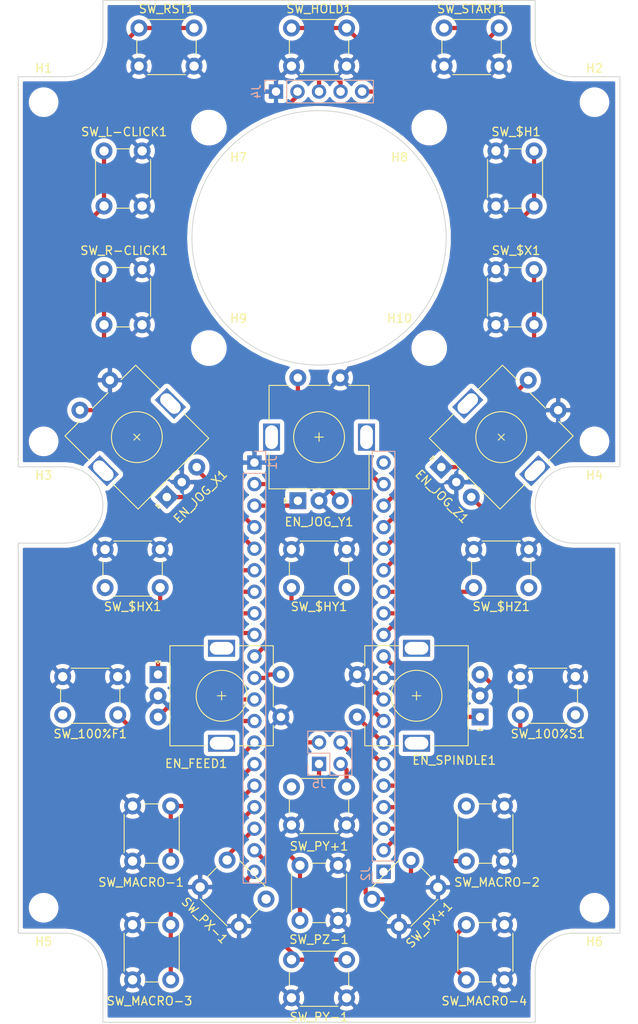
<source format=kicad_pcb>
(kicad_pcb (version 20171130) (host pcbnew 5.1.9-1.fc33)
  (layers (0 F.Cu signal) (31 B.Cu signal) (34 B.Paste user) (35 F.Paste user) (36 B.SilkS user) (37 F.SilkS user) (38 B.Mask user) (39 F.Mask user) (44 Edge.Cuts user))
  (net 0 "")
  (net 1 /17)
  (net 2 /16)
  (net 3 /15)
  (net 4 /14)
  (net 5 /13)
  (net 6 /12)
  (net 7 /11)
  (net 8 /10)
  (net 9 /9)
  (net 10 /8)
  (net 11 /7)
  (net 12 /6)
  (net 13 /5)
  (net 14 /4)
  (net 15 /3)
  (net 16 /2)
  (net 17 /1)
  (net 18 /0)
  (net 19 /27)
  (net 20 +5VA)
  (net 21 +5V)
  (net 22 /26)
  (net 23 /25)
  (net 24 /24)
  (net 25 /23)
  (net 26 /22)
  (net 27 /21)
  (net 28 /20)
  (net 29 /19)
  (net 30 /18)
  (net 31 /39)
  (net 32 /41)
  (net 33 /42)
  (net 34 /43)
  (net 35 /44)
  (net 36 /45)
  (net 37 /28)
  (net 38 /29)
  (net 39 /33)
  (net 40 /32)
  (net 41 GND)
  (net 42 /A0)
  (net 43 /A2)
  (module MountingHole:MountingHole_3.2mm_M3 (layer F.Cu) (at 108 81.5)
    (fp_text reference H10 (at -3.5 -3.5) (layer F.SilkS))
    (fp_text value MountingHole)
    (pad 1 np_thru_hole circle (at 0 0) (size 3.2 3.2) (drill 3.2) (layers *.Cu *.Mask))
  )
  (module MountingHole:MountingHole_3.2mm_M3 (layer F.Cu) (at 82 81.5)
    (fp_text reference H9 (at 3.5 -3.5) (layer F.SilkS))
    (fp_text value MountingHole)
    (pad 1 np_thru_hole circle (at 0 0) (size 3.2 3.2) (drill 3.2) (layers *.Cu *.Mask))
  )
  (module MountingHole:MountingHole_3.2mm_M3 (layer F.Cu) (at 108 55.5)
    (fp_text reference H8 (at -3.5 3.5) (layer F.SilkS))
    (fp_text value MountingHole)
    (pad 1 np_thru_hole circle (at 0 0) (size 3.2 3.2) (drill 3.2) (layers *.Cu *.Mask))
  )
  (module MountingHole:MountingHole_3.2mm_M3 (layer F.Cu) (at 82 55.5)
    (fp_text reference H7 (at 3.5 3.5) (layer F.SilkS))
    (fp_text value MountingHole)
    (pad 1 np_thru_hole circle (at 0 0) (size 3.2 3.2) (drill 3.2) (layers *.Cu *.Mask))
  )
  (module Encoder:PEC11R-4x15K (layer F.Cu) (at 106.5 122.5 90)
    (fp_text reference EN_SPINDLE1 (at -7.62 4.445) (layer F.SilkS))
    (fp_text value Rotary_Encoder_Switch)
    (pad B thru_hole circle (at 2.5 7.5 180) (size 2 2) (drill 1) (layers *.Cu *.Mask) (net 32 /41))
    (pad MP thru_hole rect (at 5.6 0 180) (size 3.2 2) (drill oval 2.8 1.5) (layers *.Cu *.Mask))
    (pad MP thru_hole rect (at -5.6 0 180) (size 3.2 2) (drill oval 2.8 1.5) (layers *.Cu *.Mask))
    (pad S1 thru_hole circle (at 2.5 -7 180) (size 2 2) (drill 1) (layers *.Cu *.Mask) (net 41 GND))
    (pad S2 thru_hole circle (at -2.5 -7 180) (size 2 2) (drill 1) (layers *.Cu *.Mask) (net 31 /39))
    (pad C thru_hole circle (at 0 7.5 180) (size 2 2) (drill 1) (layers *.Cu *.Mask) (net 41 GND))
    (pad A thru_hole rect (at -2.5 7.5 180) (size 2 2) (drill 1) (layers *.Cu *.Mask) (net 30 /18))
  )
  (module MountingHole:MountingHole_2.5mm (layer F.Cu) (at 127.5 147.5)
    (fp_text reference H6 (at 0 4) (layer F.SilkS))
    (fp_text value MountingHole)
    (pad 1 np_thru_hole circle (at 0 0) (size 2.5 2.5) (drill 2.5) (layers *.Cu *.Mask))
  )
  (module Connector_PinHeader_2.54mm:PinHeader_2x02_P2.54mm_Vertical (layer B.Cu) (at 95 130.54)
    (fp_text reference J5 (at 0 2.33) (layer B.SilkS) (effects (justify mirror)))
    (fp_text value Conn_02x02_Odd_Even)
    (pad 4 thru_hole oval (at 2.54 -2.54) (size 1.7 1.7) (drill 1) (layers *.Cu *.Mask) (net 37 /28))
    (pad 3 thru_hole oval (at 0 -2.54) (size 1.7 1.7) (drill 1) (layers *.Cu *.Mask) (net 40 /32))
    (pad 2 thru_hole oval (at 2.54 0) (size 1.7 1.7) (drill 1) (layers *.Cu *.Mask) (net 38 /29))
    (pad 1 thru_hole rect (at 0 0) (size 1.7 1.7) (drill 1) (layers *.Cu *.Mask) (net 39 /33))
  )
  (module Encoder:PEC11R-4x15K (layer F.Cu) (at 83.5 122.5 270)
    (fp_text reference EN_FEED1 (at 8 3) (layer F.SilkS))
    (fp_text value Rotary_Encoder_Switch)
    (pad A thru_hole rect (at -2.5 7.5) (size 2 2) (drill 1) (layers *.Cu *.Mask) (net 15 /3))
    (pad C thru_hole circle (at 0 7.5) (size 2 2) (drill 1) (layers *.Cu *.Mask) (net 41 GND))
    (pad S2 thru_hole circle (at -2.5 -7) (size 2 2) (drill 1) (layers *.Cu *.Mask) (net 10 /8))
    (pad S1 thru_hole circle (at 2.5 -7) (size 2 2) (drill 1) (layers *.Cu *.Mask) (net 41 GND))
    (pad MP thru_hole rect (at -5.6 0) (size 3.2 2) (drill oval 2.8 1.5) (layers *.Cu *.Mask))
    (pad MP thru_hole rect (at 5.6 0) (size 3.2 2) (drill oval 2.8 1.5) (layers *.Cu *.Mask))
    (pad B thru_hole circle (at 2.5 7.5) (size 2 2) (drill 1) (layers *.Cu *.Mask) (net 14 /4))
  )
  (module Button_Switch_THT:SW_PUSH_6mm_H7.3mm (layer F.Cu) (at 98.25 48.25 180)
    (fp_text reference SW_HOLD1 (at 3.25 6.75) (layer F.SilkS))
    (fp_text value SW_Push)
    (pad 2 thru_hole circle (at 0 4.5 270) (size 2 2) (drill 1.1) (layers *.Cu *.Mask) (net 24 /24))
    (pad 1 thru_hole circle (at 0 0 270) (size 2 2) (drill 1.1) (layers *.Cu *.Mask) (net 41 GND))
    (pad 2 thru_hole circle (at 6.5 4.5 270) (size 2 2) (drill 1.1) (layers *.Cu *.Mask) (net 24 /24))
    (pad 1 thru_hole circle (at 6.5 0 270) (size 2 2) (drill 1.1) (layers *.Cu *.Mask) (net 41 GND))
  )
  (module Button_Switch_THT:SW_PUSH_6mm_H7.3mm (layer F.Cu) (at 113.25 105.25)
    (fp_text reference SW_$HZ1 (at 3.25 6.75) (layer F.SilkS))
    (fp_text value SW_Push)
    (pad 2 thru_hole circle (at 0 4.5 90) (size 2 2) (drill 1.1) (layers *.Cu *.Mask) (net 27 /21))
    (pad 1 thru_hole circle (at 0 0 90) (size 2 2) (drill 1.1) (layers *.Cu *.Mask) (net 41 GND))
    (pad 2 thru_hole circle (at 6.5 4.5 90) (size 2 2) (drill 1.1) (layers *.Cu *.Mask) (net 27 /21))
    (pad 1 thru_hole circle (at 6.5 0 90) (size 2 2) (drill 1.1) (layers *.Cu *.Mask) (net 41 GND))
  )
  (module Connector_PinHeader_2.54mm:PinHeader_1x05_P2.54mm_Vertical (layer B.Cu) (at 89.920001 51.25 270)
    (fp_text reference J4 (at 0 2.33 270) (layer B.SilkS) (effects (justify mirror)))
    (fp_text value Conn_01x05)
    (pad 1 thru_hole rect (at 0 0 270) (size 1.7 1.7) (drill 1) (layers *.Cu *.Mask) (net 41 GND))
    (pad 2 thru_hole oval (at 0 -2.54 270) (size 1.7 1.7) (drill 1) (layers *.Cu *.Mask) (net 20 +5VA))
    (pad 3 thru_hole oval (at 0 -5.08 270) (size 1.7 1.7) (drill 1) (layers *.Cu *.Mask) (net 42 /A0))
    (pad 4 thru_hole oval (at 0 -7.62 270) (size 1.7 1.7) (drill 1) (layers *.Cu *.Mask) (net 43 /A2))
    (pad 5 thru_hole oval (at 0 -10.16 270) (size 1.7 1.7) (drill 1) (layers *.Cu *.Mask) (net 23 /25))
  )
  (module Encoder:PEC11R-4x15K (layer F.Cu) (at 95 92)
    (fp_text reference EN_JOG_Y1 (at 0 10) (layer F.SilkS))
    (fp_text value Rotary_Encoder_Switch)
    (pad A thru_hole rect (at -2.5 7.5 90) (size 2 2) (drill 1) (layers *.Cu *.Mask) (net 18 /0))
    (pad C thru_hole circle (at 0 7.5 90) (size 2 2) (drill 1) (layers *.Cu *.Mask) (net 41 GND))
    (pad S2 thru_hole circle (at -2.5 -7 90) (size 2 2) (drill 1) (layers *.Cu *.Mask) (net 22 /26))
    (pad S1 thru_hole circle (at 2.5 -7 90) (size 2 2) (drill 1) (layers *.Cu *.Mask) (net 41 GND))
    (pad MP thru_hole rect (at -5.6 0 90) (size 3.2 2) (drill oval 2.8 1.5) (layers *.Cu *.Mask))
    (pad MP thru_hole rect (at 5.6 0 90) (size 3.2 2) (drill oval 2.8 1.5) (layers *.Cu *.Mask))
    (pad B thru_hole circle (at 2.5 7.5 90) (size 2 2) (drill 1) (layers *.Cu *.Mask) (net 19 /27))
  )
  (module MountingHole:MountingHole_2.5mm (layer F.Cu) (at 62.5 147.5)
    (fp_text reference H5 (at 0 4) (layer F.SilkS))
    (fp_text value MountingHole)
    (pad 1 np_thru_hole circle (at 0 0) (size 2.5 2.5) (drill 2.5) (layers *.Cu *.Mask))
  )
  (module Button_Switch_THT:SW_PUSH_6mm_H7.3mm (layer F.Cu) (at 120.375001 72.25 270)
    (fp_text reference SW_$X1 (at -2.25 2.125001 180) (layer F.SilkS))
    (fp_text value SW_Push)
    (pad 2 thru_hole circle (at 0 4.5) (size 2 2) (drill 1.1) (layers *.Cu *.Mask) (net 41 GND))
    (pad 1 thru_hole circle (at 0 0) (size 2 2) (drill 1.1) (layers *.Cu *.Mask) (net 33 /42))
    (pad 2 thru_hole circle (at 6.5 4.5) (size 2 2) (drill 1.1) (layers *.Cu *.Mask) (net 41 GND))
    (pad 1 thru_hole circle (at 6.5 0) (size 2 2) (drill 1.1) (layers *.Cu *.Mask) (net 33 /42))
  )
  (module Button_Switch_THT:SW_PUSH_6mm_H7.3mm (layer F.Cu) (at 112.375 156 90)
    (fp_text reference SW_MACRO-4 (at -2.5 2.125) (layer F.SilkS))
    (fp_text value SW_Push)
    (pad 2 thru_hole circle (at 0 4.5 180) (size 2 2) (drill 1.1) (layers *.Cu *.Mask) (net 41 GND))
    (pad 1 thru_hole circle (at 0 0 180) (size 2 2) (drill 1.1) (layers *.Cu *.Mask) (net 2 /16))
    (pad 2 thru_hole circle (at 6.5 4.5 180) (size 2 2) (drill 1.1) (layers *.Cu *.Mask) (net 41 GND))
    (pad 1 thru_hole circle (at 6.5 0 180) (size 2 2) (drill 1.1) (layers *.Cu *.Mask) (net 2 /16))
  )
  (module MountingHole:MountingHole_2.5mm (layer F.Cu) (at 127.5 52.5)
    (fp_text reference H2 (at 0 -4) (layer F.SilkS))
    (fp_text value MountingHole)
    (pad 1 np_thru_hole circle (at 0 0) (size 2.5 2.5) (drill 2.5) (layers *.Cu *.Mask))
  )
  (module Encoder:PEC11R-4x15K (layer F.Cu) (at 73.5 92 45)
    (fp_text reference EN_JOG_X1 (at 0.353553 10.253048 225) (layer F.SilkS))
    (fp_text value Rotary_Encoder_Switch)
    (pad A thru_hole rect (at -2.5 7.5 135) (size 2 2) (drill 1) (layers *.Cu *.Mask) (net 16 /2))
    (pad C thru_hole circle (at 0 7.5 135) (size 2 2) (drill 1) (layers *.Cu *.Mask) (net 41 GND))
    (pad S2 thru_hole circle (at -2.5 -7 135) (size 2 2) (drill 1) (layers *.Cu *.Mask) (net 6 /12))
    (pad S1 thru_hole circle (at 2.5 -7 135) (size 2 2) (drill 1) (layers *.Cu *.Mask) (net 41 GND))
    (pad MP thru_hole rect (at -5.6 0 135) (size 3.2 2) (drill oval 2.8 1.5) (layers *.Cu *.Mask))
    (pad MP thru_hole rect (at 5.6 0 135) (size 3.2 2) (drill oval 2.8 1.5) (layers *.Cu *.Mask))
    (pad B thru_hole circle (at 2.5 7.5 135) (size 2 2) (drill 1) (layers *.Cu *.Mask) (net 17 /1))
  )
  (module MountingHole:MountingHole_2.5mm (layer F.Cu) (at 127.5 92.5)
    (fp_text reference H4 (at 0 4) (layer F.SilkS))
    (fp_text value MountingHole)
    (pad 1 np_thru_hole circle (at 0 0) (size 2.5 2.5) (drill 2.5) (layers *.Cu *.Mask))
  )
  (module Button_Switch_THT:SW_PUSH_6mm_H7.3mm (layer F.Cu) (at 98.25 137.75 180)
    (fp_text reference SW_PY+1 (at 3.25 -2.5) (layer F.SilkS))
    (fp_text value SW_Push)
    (pad 1 thru_hole circle (at 6.5 0 270) (size 2 2) (drill 1.1) (layers *.Cu *.Mask) (net 41 GND))
    (pad 2 thru_hole circle (at 6.5 4.5 270) (size 2 2) (drill 1.1) (layers *.Cu *.Mask) (net 38 /29))
    (pad 1 thru_hole circle (at 0 0 270) (size 2 2) (drill 1.1) (layers *.Cu *.Mask) (net 41 GND))
    (pad 2 thru_hole circle (at 0 4.5 270) (size 2 2) (drill 1.1) (layers *.Cu *.Mask) (net 38 /29))
  )
  (module Button_Switch_THT:SW_PUSH_6mm_H7.3mm (layer F.Cu) (at 73.75 43.75)
    (fp_text reference SW_RST1 (at 3.25 -2.25) (layer F.SilkS))
    (fp_text value SW_Push)
    (pad 2 thru_hole circle (at 0 4.5 90) (size 2 2) (drill 1.1) (layers *.Cu *.Mask) (net 41 GND))
    (pad 1 thru_hole circle (at 0 0 90) (size 2 2) (drill 1.1) (layers *.Cu *.Mask) (net 9 /9))
    (pad 2 thru_hole circle (at 6.5 4.5 90) (size 2 2) (drill 1.1) (layers *.Cu *.Mask) (net 41 GND))
    (pad 1 thru_hole circle (at 6.5 0 90) (size 2 2) (drill 1.1) (layers *.Cu *.Mask) (net 9 /9))
  )
  (module Button_Switch_THT:SW_PUSH_6mm_H7.3mm (layer F.Cu) (at 69.625 78.75 90)
    (fp_text reference SW_R-CLICK1 (at 8.75 2.375 180) (layer F.SilkS))
    (fp_text value SW_Push)
    (pad 1 thru_hole circle (at 6.5 0 180) (size 2 2) (drill 1.1) (layers *.Cu *.Mask) (net 8 /10))
    (pad 2 thru_hole circle (at 6.5 4.5 180) (size 2 2) (drill 1.1) (layers *.Cu *.Mask) (net 41 GND))
    (pad 1 thru_hole circle (at 0 0 180) (size 2 2) (drill 1.1) (layers *.Cu *.Mask) (net 8 /10))
    (pad 2 thru_hole circle (at 0 4.5 180) (size 2 2) (drill 1.1) (layers *.Cu *.Mask) (net 41 GND))
  )
  (module Button_Switch_THT:SW_PUSH_6mm_H7.3mm (layer F.Cu) (at 84.15 141.875 315)
    (fp_text reference SW_PX-1 (at 3.164303 6.911969 135) (layer F.SilkS))
    (fp_text value SW_Push)
    (pad 2 thru_hole circle (at 0 4.5 45) (size 2 2) (drill 1.1) (layers *.Cu *.Mask) (net 41 GND))
    (pad 1 thru_hole circle (at 0 0 45) (size 2 2) (drill 1.1) (layers *.Cu *.Mask) (net 3 /15))
    (pad 2 thru_hole circle (at 6.5 4.5 45) (size 2 2) (drill 1.1) (layers *.Cu *.Mask) (net 41 GND))
    (pad 1 thru_hole circle (at 6.5 0 45) (size 2 2) (drill 1.1) (layers *.Cu *.Mask) (net 3 /15))
  )
  (module Button_Switch_THT:SW_PUSH_6mm_H7.3mm (layer F.Cu) (at 109.75 43.75)
    (fp_text reference SW_START1 (at 3.25 -2.25) (layer F.SilkS))
    (fp_text value SW_Push)
    (pad 2 thru_hole circle (at 0 4.5 90) (size 2 2) (drill 1.1) (layers *.Cu *.Mask) (net 41 GND))
    (pad 1 thru_hole circle (at 0 0 90) (size 2 2) (drill 1.1) (layers *.Cu *.Mask) (net 25 /23))
    (pad 2 thru_hole circle (at 6.5 4.5 90) (size 2 2) (drill 1.1) (layers *.Cu *.Mask) (net 41 GND))
    (pad 1 thru_hole circle (at 6.5 0 90) (size 2 2) (drill 1.1) (layers *.Cu *.Mask) (net 25 /23))
  )
  (module Button_Switch_THT:SW_PUSH_6mm_H7.3mm (layer F.Cu) (at 73 156 90)
    (fp_text reference SW_MACRO-3 (at -2.5 2) (layer F.SilkS))
    (fp_text value SW_Push)
    (pad 2 thru_hole circle (at 0 4.5 180) (size 2 2) (drill 1.1) (layers *.Cu *.Mask) (net 4 /14))
    (pad 1 thru_hole circle (at 0 0 180) (size 2 2) (drill 1.1) (layers *.Cu *.Mask) (net 41 GND))
    (pad 2 thru_hole circle (at 6.5 4.5 180) (size 2 2) (drill 1.1) (layers *.Cu *.Mask) (net 4 /14))
    (pad 1 thru_hole circle (at 6.5 0 180) (size 2 2) (drill 1.1) (layers *.Cu *.Mask) (net 41 GND))
  )
  (module Connector_PinHeader_2.54mm:PinHeader_1x20_P2.54mm_Vertical (layer B.Cu) (at 102.616 143.26)
    (fp_text reference J2 (at -2.116 0.24 90) (layer B.SilkS) (effects (justify mirror)))
    (fp_text value Conn_01x20)
    (pad 20 thru_hole oval (at 0 -48.26) (size 1.7 1.7) (drill 1) (layers *.Cu *.Mask) (net 21 +5V))
    (pad 19 thru_hole oval (at 0 -45.72) (size 1.7 1.7) (drill 1) (layers *.Cu *.Mask) (net 22 /26))
    (pad 18 thru_hole oval (at 0 -43.18) (size 1.7 1.7) (drill 1) (layers *.Cu *.Mask) (net 23 /25))
    (pad 17 thru_hole oval (at 0 -40.64) (size 1.7 1.7) (drill 1) (layers *.Cu *.Mask) (net 24 /24))
    (pad 16 thru_hole oval (at 0 -38.1) (size 1.7 1.7) (drill 1) (layers *.Cu *.Mask) (net 25 /23))
    (pad 15 thru_hole oval (at 0 -35.56) (size 1.7 1.7) (drill 1) (layers *.Cu *.Mask) (net 26 /22))
    (pad 14 thru_hole oval (at 0 -33.02) (size 1.7 1.7) (drill 1) (layers *.Cu *.Mask) (net 27 /21))
    (pad 13 thru_hole oval (at 0 -30.48) (size 1.7 1.7) (drill 1) (layers *.Cu *.Mask) (net 28 /20))
    (pad 12 thru_hole oval (at 0 -27.94) (size 1.7 1.7) (drill 1) (layers *.Cu *.Mask) (net 29 /19))
    (pad 11 thru_hole oval (at 0 -25.4) (size 1.7 1.7) (drill 1) (layers *.Cu *.Mask) (net 30 /18))
    (pad 10 thru_hole oval (at 0 -22.86) (size 1.7 1.7) (drill 1) (layers *.Cu *.Mask) (net 41 GND))
    (pad 9 thru_hole oval (at 0 -20.32) (size 1.7 1.7) (drill 1) (layers *.Cu *.Mask) (net 20 +5VA))
    (pad 8 thru_hole oval (at 0 -17.78) (size 1.7 1.7) (drill 1) (layers *.Cu *.Mask) (net 42 /A0))
    (pad 7 thru_hole oval (at 0 -15.24) (size 1.7 1.7) (drill 1) (layers *.Cu *.Mask) (net 31 /39))
    (pad 6 thru_hole oval (at 0 -12.7) (size 1.7 1.7) (drill 1) (layers *.Cu *.Mask) (net 43 /A2))
    (pad 5 thru_hole oval (at 0 -10.16) (size 1.7 1.7) (drill 1) (layers *.Cu *.Mask) (net 32 /41))
    (pad 4 thru_hole oval (at 0 -7.62) (size 1.7 1.7) (drill 1) (layers *.Cu *.Mask) (net 33 /42))
    (pad 3 thru_hole oval (at 0 -5.08) (size 1.7 1.7) (drill 1) (layers *.Cu *.Mask) (net 34 /43))
    (pad 2 thru_hole oval (at 0 -2.54) (size 1.7 1.7) (drill 1) (layers *.Cu *.Mask) (net 35 /44))
    (pad 1 thru_hole rect (at 0 0) (size 1.7 1.7) (drill 1) (layers *.Cu *.Mask) (net 36 /45))
  )
  (module Button_Switch_THT:SW_PUSH_6mm_H7.3mm (layer F.Cu) (at 73 142 90)
    (fp_text reference SW_MACRO-1 (at -2.5 1 180) (layer F.SilkS))
    (fp_text value SW_Push)
    (pad 2 thru_hole circle (at 0 4.5 180) (size 2 2) (drill 1.1) (layers *.Cu *.Mask) (net 5 /13))
    (pad 1 thru_hole circle (at 0 0 180) (size 2 2) (drill 1.1) (layers *.Cu *.Mask) (net 41 GND))
    (pad 2 thru_hole circle (at 6.5 4.5 180) (size 2 2) (drill 1.1) (layers *.Cu *.Mask) (net 5 /13))
    (pad 1 thru_hole circle (at 6.5 0 180) (size 2 2) (drill 1.1) (layers *.Cu *.Mask) (net 41 GND))
  )
  (module Connector_PinHeader_2.54mm:PinHeader_1x20_P2.54mm_Vertical (layer B.Cu) (at 87.376 95 180)
    (fp_text reference J1 (at -2.124 0 90) (layer B.SilkS) (effects (justify mirror)))
    (fp_text value Conn_01x20)
    (pad 1 thru_hole rect (at 0 0 180) (size 1.7 1.7) (drill 1) (layers *.Cu *.Mask) (net 41 GND))
    (pad 2 thru_hole oval (at 0 -2.54 180) (size 1.7 1.7) (drill 1) (layers *.Cu *.Mask) (net 19 /27))
    (pad 3 thru_hole oval (at 0 -5.08 180) (size 1.7 1.7) (drill 1) (layers *.Cu *.Mask) (net 18 /0))
    (pad 4 thru_hole oval (at 0 -7.62 180) (size 1.7 1.7) (drill 1) (layers *.Cu *.Mask) (net 17 /1))
    (pad 5 thru_hole oval (at 0 -10.16 180) (size 1.7 1.7) (drill 1) (layers *.Cu *.Mask) (net 16 /2))
    (pad 6 thru_hole oval (at 0 -12.7 180) (size 1.7 1.7) (drill 1) (layers *.Cu *.Mask) (net 15 /3))
    (pad 7 thru_hole oval (at 0 -15.24 180) (size 1.7 1.7) (drill 1) (layers *.Cu *.Mask) (net 14 /4))
    (pad 8 thru_hole oval (at 0 -17.78 180) (size 1.7 1.7) (drill 1) (layers *.Cu *.Mask) (net 13 /5))
    (pad 9 thru_hole oval (at 0 -20.32 180) (size 1.7 1.7) (drill 1) (layers *.Cu *.Mask) (net 12 /6))
    (pad 10 thru_hole oval (at 0 -22.86 180) (size 1.7 1.7) (drill 1) (layers *.Cu *.Mask) (net 11 /7))
    (pad 11 thru_hole oval (at 0 -25.4 180) (size 1.7 1.7) (drill 1) (layers *.Cu *.Mask) (net 10 /8))
    (pad 12 thru_hole oval (at 0 -27.94 180) (size 1.7 1.7) (drill 1) (layers *.Cu *.Mask) (net 9 /9))
    (pad 13 thru_hole oval (at 0 -30.48 180) (size 1.7 1.7) (drill 1) (layers *.Cu *.Mask) (net 8 /10))
    (pad 14 thru_hole oval (at 0 -33.02 180) (size 1.7 1.7) (drill 1) (layers *.Cu *.Mask) (net 7 /11))
    (pad 15 thru_hole oval (at 0 -35.56 180) (size 1.7 1.7) (drill 1) (layers *.Cu *.Mask) (net 6 /12))
    (pad 16 thru_hole oval (at 0 -38.1 180) (size 1.7 1.7) (drill 1) (layers *.Cu *.Mask) (net 5 /13))
    (pad 17 thru_hole oval (at 0 -40.64 180) (size 1.7 1.7) (drill 1) (layers *.Cu *.Mask) (net 4 /14))
    (pad 18 thru_hole oval (at 0 -43.18 180) (size 1.7 1.7) (drill 1) (layers *.Cu *.Mask) (net 3 /15))
    (pad 19 thru_hole oval (at 0 -45.72 180) (size 1.7 1.7) (drill 1) (layers *.Cu *.Mask) (net 2 /16))
    (pad 20 thru_hole oval (at 0 -48.26 180) (size 1.7 1.7) (drill 1) (layers *.Cu *.Mask) (net 1 /17))
  )
  (module Button_Switch_THT:SW_PUSH_6mm_H7.3mm (layer F.Cu) (at 118.75 120.25)
    (fp_text reference SW_100%S1 (at 3.25 6.75) (layer F.SilkS))
    (fp_text value SW_Push)
    (pad 1 thru_hole circle (at 6.5 0 90) (size 2 2) (drill 1.1) (layers *.Cu *.Mask) (net 41 GND))
    (pad 2 thru_hole circle (at 6.5 4.5 90) (size 2 2) (drill 1.1) (layers *.Cu *.Mask) (net 34 /43))
    (pad 1 thru_hole circle (at 0 0 90) (size 2 2) (drill 1.1) (layers *.Cu *.Mask) (net 41 GND))
    (pad 2 thru_hole circle (at 0 4.5 90) (size 2 2) (drill 1.1) (layers *.Cu *.Mask) (net 34 /43))
  )
  (module Button_Switch_THT:SW_PUSH_6mm_H7.3mm (layer F.Cu) (at 101.25 146.5 45)
    (fp_text reference SW_PX+1 (at 2.65165 6.894291 45) (layer F.SilkS))
    (fp_text value SW_Push)
    (pad 2 thru_hole circle (at 0 4.5 135) (size 2 2) (drill 1.1) (layers *.Cu *.Mask) (net 41 GND))
    (pad 1 thru_hole circle (at 0 0 135) (size 2 2) (drill 1.1) (layers *.Cu *.Mask) (net 37 /28))
    (pad 2 thru_hole circle (at 6.5 4.5 135) (size 2 2) (drill 1.1) (layers *.Cu *.Mask) (net 41 GND))
    (pad 1 thru_hole circle (at 6.5 0 135) (size 2 2) (drill 1.1) (layers *.Cu *.Mask) (net 37 /28))
  )
  (module Button_Switch_THT:SW_PUSH_6mm_H7.3mm (layer F.Cu) (at 69.75 105.25)
    (fp_text reference SW_$HX1 (at 3.25 6.75) (layer F.SilkS))
    (fp_text value SW_Push)
    (pad 2 thru_hole circle (at 0 4.5 90) (size 2 2) (drill 1.1) (layers *.Cu *.Mask) (net 13 /5))
    (pad 1 thru_hole circle (at 0 0 90) (size 2 2) (drill 1.1) (layers *.Cu *.Mask) (net 41 GND))
    (pad 2 thru_hole circle (at 6.5 4.5 90) (size 2 2) (drill 1.1) (layers *.Cu *.Mask) (net 13 /5))
    (pad 1 thru_hole circle (at 6.5 0 90) (size 2 2) (drill 1.1) (layers *.Cu *.Mask) (net 41 GND))
  )
  (module Button_Switch_THT:SW_PUSH_6mm_H7.3mm (layer F.Cu) (at 120.375001 58.25 270)
    (fp_text reference SW_$H1 (at -2.25 2.125001 180) (layer F.SilkS))
    (fp_text value SW_Push)
    (pad 2 thru_hole circle (at 0 4.5) (size 2 2) (drill 1.1) (layers *.Cu *.Mask) (net 41 GND))
    (pad 1 thru_hole circle (at 0 0) (size 2 2) (drill 1.1) (layers *.Cu *.Mask) (net 26 /22))
    (pad 2 thru_hole circle (at 6.5 4.5) (size 2 2) (drill 1.1) (layers *.Cu *.Mask) (net 41 GND))
    (pad 1 thru_hole circle (at 6.5 0) (size 2 2) (drill 1.1) (layers *.Cu *.Mask) (net 26 /22))
  )
  (module Button_Switch_THT:SW_PUSH_6mm_H7.3mm (layer F.Cu) (at 112.375 142 90)
    (fp_text reference SW_MACRO-2 (at -2.5 3.625) (layer F.SilkS))
    (fp_text value SW_Push)
    (pad 2 thru_hole circle (at 0 4.5 180) (size 2 2) (drill 1.1) (layers *.Cu *.Mask) (net 41 GND))
    (pad 1 thru_hole circle (at 0 0 180) (size 2 2) (drill 1.1) (layers *.Cu *.Mask) (net 39 /33))
    (pad 2 thru_hole circle (at 6.5 4.5 180) (size 2 2) (drill 1.1) (layers *.Cu *.Mask) (net 41 GND))
    (pad 1 thru_hole circle (at 6.5 0 180) (size 2 2) (drill 1.1) (layers *.Cu *.Mask) (net 39 /33))
  )
  (module Button_Switch_THT:SW_PUSH_6mm_H7.3mm (layer F.Cu) (at 91.75 105.25)
    (fp_text reference SW_$HY1 (at 3.25 6.75) (layer F.SilkS))
    (fp_text value SW_Push)
    (pad 2 thru_hole circle (at 0 4.5 90) (size 2 2) (drill 1.1) (layers *.Cu *.Mask) (net 11 /7))
    (pad 1 thru_hole circle (at 0 0 90) (size 2 2) (drill 1.1) (layers *.Cu *.Mask) (net 41 GND))
    (pad 2 thru_hole circle (at 6.5 4.5 90) (size 2 2) (drill 1.1) (layers *.Cu *.Mask) (net 11 /7))
    (pad 1 thru_hole circle (at 6.5 0 90) (size 2 2) (drill 1.1) (layers *.Cu *.Mask) (net 41 GND))
  )
  (module MountingHole:MountingHole_2.5mm (layer F.Cu) (at 62.5 92.5)
    (fp_text reference H3 (at 0 4) (layer F.SilkS))
    (fp_text value MountingHole)
    (pad "" np_thru_hole circle (at 0 0) (size 2.5 2.5) (drill 2.5) (layers *.Cu *.Mask))
  )
  (module Button_Switch_THT:SW_PUSH_6mm_H7.3mm (layer F.Cu) (at 91.75 153.625)
    (fp_text reference SW_PY-1 (at 3.25 6.75) (layer F.SilkS))
    (fp_text value SW_Push)
    (pad 2 thru_hole circle (at 0 4.5 90) (size 2 2) (drill 1.1) (layers *.Cu *.Mask) (net 41 GND))
    (pad 1 thru_hole circle (at 0 0 90) (size 2 2) (drill 1.1) (layers *.Cu *.Mask) (net 1 /17))
    (pad 2 thru_hole circle (at 6.5 4.5 90) (size 2 2) (drill 1.1) (layers *.Cu *.Mask) (net 41 GND))
    (pad 1 thru_hole circle (at 6.5 0 90) (size 2 2) (drill 1.1) (layers *.Cu *.Mask) (net 1 /17))
  )
  (module Button_Switch_THT:SW_PUSH_6mm_H7.3mm (layer F.Cu) (at 97.25 142.499999 270)
    (fp_text reference SW_PZ-1 (at 8.750001 2.25 180) (layer F.SilkS))
    (fp_text value SW_Push)
    (pad 2 thru_hole circle (at 0 4.5) (size 2 2) (drill 1.1) (layers *.Cu *.Mask) (net 40 /32))
    (pad 1 thru_hole circle (at 0 0) (size 2 2) (drill 1.1) (layers *.Cu *.Mask) (net 41 GND))
    (pad 2 thru_hole circle (at 6.5 4.5) (size 2 2) (drill 1.1) (layers *.Cu *.Mask) (net 40 /32))
    (pad 1 thru_hole circle (at 6.5 0) (size 2 2) (drill 1.1) (layers *.Cu *.Mask) (net 41 GND))
  )
  (module Encoder:PEC11R-4x15K (layer F.Cu) (at 116.5 92 315)
    (fp_text reference EN_JOG_Z1 (at 0 9.899495 135) (layer F.SilkS))
    (fp_text value Rotary_Encoder_Switch)
    (pad A thru_hole rect (at -2.5 7.5 45) (size 2 2) (drill 1) (layers *.Cu *.Mask) (net 29 /19))
    (pad C thru_hole circle (at 0 7.5 45) (size 2 2) (drill 1) (layers *.Cu *.Mask) (net 41 GND))
    (pad S2 thru_hole circle (at -2.5 -7 45) (size 2 2) (drill 1) (layers *.Cu *.Mask) (net 35 /44))
    (pad S1 thru_hole circle (at 2.5 -7 45) (size 2 2) (drill 1) (layers *.Cu *.Mask) (net 41 GND))
    (pad MP thru_hole rect (at -5.6 0 45) (size 3.2 2) (drill oval 2.8 1.5) (layers *.Cu *.Mask))
    (pad MP thru_hole rect (at 5.6 0 45) (size 3.2 2) (drill oval 2.8 1.5) (layers *.Cu *.Mask))
    (pad B thru_hole circle (at 2.5 7.5 45) (size 2 2) (drill 1) (layers *.Cu *.Mask) (net 28 /20))
  )
  (module MountingHole:MountingHole_2.5mm (layer F.Cu) (at 62.5 52.5)
    (fp_text reference H1 (at 0 -4) (layer F.SilkS))
    (fp_text value MountingHole)
    (pad 1 np_thru_hole circle (at 0 0) (size 2.5 2.5) (drill 2.5) (layers *.Cu *.Mask))
  )
  (module Button_Switch_THT:SW_PUSH_6mm_H7.3mm (layer F.Cu) (at 69.625 64.75 90)
    (fp_text reference SW_L-CLICK1 (at 8.75 2.375 180) (layer F.SilkS))
    (fp_text value SW_Push)
    (pad 2 thru_hole circle (at 0 4.5 180) (size 2 2) (drill 1.1) (layers *.Cu *.Mask) (net 41 GND))
    (pad 1 thru_hole circle (at 0 0 180) (size 2 2) (drill 1.1) (layers *.Cu *.Mask) (net 7 /11))
    (pad 2 thru_hole circle (at 6.5 4.5 180) (size 2 2) (drill 1.1) (layers *.Cu *.Mask) (net 41 GND))
    (pad 1 thru_hole circle (at 6.5 0 180) (size 2 2) (drill 1.1) (layers *.Cu *.Mask) (net 7 /11))
  )
  (module Button_Switch_THT:SW_PUSH_6mm_H7.3mm (layer F.Cu) (at 64.75 120.25)
    (fp_text reference SW_100%F1 (at 3.25 6.75) (layer F.SilkS))
    (fp_text value SW_Push)
    (pad 2 thru_hole circle (at 0 4.5 90) (size 2 2) (drill 1.1) (layers *.Cu *.Mask) (net 12 /6))
    (pad 1 thru_hole circle (at 0 0 90) (size 2 2) (drill 1.1) (layers *.Cu *.Mask) (net 41 GND))
    (pad 2 thru_hole circle (at 6.5 4.5 90) (size 2 2) (drill 1.1) (layers *.Cu *.Mask) (net 12 /6))
    (pad 1 thru_hole circle (at 6.5 0 90) (size 2 2) (drill 1.1) (layers *.Cu *.Mask) (net 41 GND))
  )
  (gr_line (start 130.5 49.5) (end 130.5 95.5) (layer Edge.Cuts) (width 0.1))
  (gr_line (start 69.5 40.5) (end 120.5 40.5) (layer Edge.Cuts) (width 0.1))
  (gr_line (start 130.5 150.5) (end 130.5 104.5) (layer Edge.Cuts) (width 0.1))
  (gr_line (start 59.5 95.5) (end 59.5 49.5) (layer Edge.Cuts) (width 0.1))
  (gr_line (start 59.5 150.5) (end 59.5 104.5) (layer Edge.Cuts) (width 0.1))
  (gr_line (start 120.5 161) (end 69.5 161) (layer Edge.Cuts) (width 0.1))
  (gr_arc (start 65 155) (end 69.5 155) (angle -90) (layer Edge.Cuts) (width 0.1))
  (gr_arc (start 125 155) (end 125 150.5) (angle -90) (layer Edge.Cuts) (width 0.1))
  (gr_arc (start 65 45) (end 65 49.5) (angle -90) (layer Edge.Cuts) (width 0.1))
  (gr_arc (start 125 45) (end 120.5 45) (angle -90) (layer Edge.Cuts) (width 0.1))
  (gr_arc (start 125 100) (end 125 95.5) (angle -180) (layer Edge.Cuts) (width 0.1))
  (gr_arc (start 65 100) (end 65 104.5) (angle -180) (layer Edge.Cuts) (width 0.1))
  (gr_circle (center 95 68.5) (end 110 68.5) (layer Edge.Cuts) (width 0.1))
  (gr_line (start 69.5 155) (end 69.5 161) (layer Edge.Cuts) (width 0.1))
  (gr_line (start 69.5 40.5) (end 69.5 45) (layer Edge.Cuts) (width 0.1))
  (gr_line (start 120.5 45) (end 120.5 40.5) (layer Edge.Cuts) (width 0.1))
  (gr_line (start 130.5 104.5) (end 125 104.5) (layer Edge.Cuts) (width 0.1))
  (gr_line (start 125 150.5) (end 130.5 150.5) (layer Edge.Cuts) (width 0.1))
  (gr_line (start 120.5 161) (end 120.5 155) (layer Edge.Cuts) (width 0.1))
  (gr_line (start 59.5 150.5) (end 65 150.5) (layer Edge.Cuts) (width 0.1))
  (gr_line (start 65 104.5) (end 59.5 104.5) (layer Edge.Cuts) (width 0.1))
  (gr_line (start 59.5 95.5) (end 65 95.5) (layer Edge.Cuts) (width 0.1))
  (gr_line (start 65 49.5) (end 59.5 49.5) (layer Edge.Cuts) (width 0.1))
  (gr_line (start 130.5 49.5) (end 125 49.5) (layer Edge.Cuts) (width 0.1))
  (gr_line (start 125 95.5) (end 130.5 95.5) (layer Edge.Cuts) (width 0.1))
  (segment (start 91.75 153.625) (end 91.75 152.75) (width 0.5) (layer F.Cu) (net 1))
  (segment (start 91.75 152.75) (end 86.5 147.5) (width 0.5) (layer F.Cu) (net 1))
  (segment (start 86.5 144.136) (end 87.376 143.26) (width 0.5) (layer F.Cu) (net 1))
  (segment (start 86.5 147.5) (end 86.5 144.136) (width 0.5) (layer F.Cu) (net 1))
  (segment (start 91.75 153.625) (end 98.25 153.625) (width 0.5) (layer F.Cu) (net 1))
  (segment (start 112.375 156) (end 112.375 155.975) (width 0.5) (layer F.Cu) (net 2))
  (segment (start 112.375 155.975) (end 109.1 152.7) (width 0.5) (layer F.Cu) (net 2))
  (segment (start 109.175 152.7) (end 109.1 152.7) (width 0.5) (layer F.Cu) (net 2))
  (segment (start 112.375 149.5) (end 109.175 152.7) (width 0.5) (layer F.Cu) (net 2))
  (segment (start 102.2 152.7) (end 109.1 152.7) (width 0.5) (layer F.Cu) (net 2))
  (segment (start 100.7 151.2) (end 102.2 152.7) (width 0.5) (layer F.Cu) (net 2))
  (segment (start 92 151.2) (end 100.7 151.2) (width 0.5) (layer F.Cu) (net 2))
  (segment (start 90.7 149.9) (end 92 151.2) (width 0.5) (layer F.Cu) (net 2))
  (segment (start 90.7 144.044) (end 90.7 149.9) (width 0.5) (layer F.Cu) (net 2))
  (segment (start 87.376 140.72) (end 90.7 144.044) (width 0.5) (layer F.Cu) (net 2))
  (segment (start 84.15 141.406) (end 87.376 138.18) (width 0.5) (layer F.Cu) (net 3))
  (segment (start 84.15 141.875) (end 84.15 141.406) (width 0.5) (layer F.Cu) (net 3))
  (segment (start 77.5 145.516) (end 77.5 149.5) (width 0.5) (layer F.Cu) (net 4))
  (segment (start 87.376 135.64) (end 77.5 145.516) (width 0.5) (layer F.Cu) (net 4))
  (segment (start 77.5 156) (end 77.5 149.5) (width 0.5) (layer F.Cu) (net 4))
  (segment (start 87.376 133.1) (end 84.976 135.5) (width 0.5) (layer F.Cu) (net 5))
  (segment (start 84.976 135.5) (end 77.5 135.5) (width 0.5) (layer F.Cu) (net 5))
  (segment (start 77.5 142) (end 77.5 135.5) (width 0.5) (layer F.Cu) (net 5))
  (segment (start 87.376 130.56) (end 86.136 131.8) (width 0.5) (layer F.Cu) (net 6))
  (segment (start 86.136 131.8) (end 71.6 131.8) (width 0.5) (layer F.Cu) (net 6))
  (segment (start 71.6 131.8) (end 66.75 126.95) (width 0.5) (layer F.Cu) (net 6))
  (segment (start 66.75 126.95) (end 71 131.2) (width 0.5) (layer F.Cu) (net 6))
  (segment (start 71.5 112.1) (end 66.5 117.1) (width 0.5) (layer F.Cu) (net 6))
  (segment (start 71.5 97.7) (end 71.5 112.1) (width 0.5) (layer F.Cu) (net 6))
  (segment (start 66.5 126.7) (end 66.75 126.95) (width 0.5) (layer F.Cu) (net 6))
  (segment (start 72.7 96.5) (end 71.5 97.7) (width 0.5) (layer F.Cu) (net 6))
  (segment (start 72.7 92.2) (end 72.7 96.5) (width 0.5) (layer F.Cu) (net 6))
  (segment (start 66.5 117.1) (end 66.5 126.7) (width 0.5) (layer F.Cu) (net 6))
  (segment (start 69.318019 88.818019) (end 72.7 92.2) (width 0.5) (layer F.Cu) (net 6))
  (segment (start 66.782486 88.818019) (end 69.318019 88.818019) (width 0.5) (layer F.Cu) (net 6))
  (segment (start 67.5 126.3) (end 72 130.8) (width 0.5) (layer F.Cu) (net 7))
  (segment (start 72 130.8) (end 84.596 130.8) (width 0.5) (layer F.Cu) (net 7))
  (segment (start 72.5 112.5) (end 67.5 117.5) (width 0.5) (layer F.Cu) (net 7))
  (segment (start 73.7 96.9) (end 72.5 98.1) (width 0.5) (layer F.Cu) (net 7))
  (segment (start 72.5 98.1) (end 72.5 112.5) (width 0.5) (layer F.Cu) (net 7))
  (segment (start 84.596 130.8) (end 87.376 128.02) (width 0.5) (layer F.Cu) (net 7))
  (segment (start 67.5 117.5) (end 67.5 126.3) (width 0.5) (layer F.Cu) (net 7))
  (segment (start 69.625 58.25) (end 69.625 64.75) (width 0.5) (layer F.Cu) (net 7))
  (segment (start 69.625 64.75) (end 67.4 66.975) (width 0.5) (layer F.Cu) (net 7))
  (segment (start 67.4 66.975) (end 67.4 85.5) (width 0.5) (layer F.Cu) (net 7))
  (segment (start 73.7 91.8) (end 73.7 96.9) (width 0.5) (layer F.Cu) (net 7))
  (segment (start 67.4 85.5) (end 73.7 91.8) (width 0.5) (layer F.Cu) (net 7))
  (segment (start 73.5 98.5) (end 74.7 97.3) (width 0.5) (layer F.Cu) (net 8))
  (segment (start 73.5 112.9) (end 73.5 98.5) (width 0.5) (layer F.Cu) (net 8))
  (segment (start 68.5 117.9) (end 73.5 112.9) (width 0.5) (layer F.Cu) (net 8))
  (segment (start 68.5 125.9) (end 68.5 117.9) (width 0.5) (layer F.Cu) (net 8))
  (segment (start 72.4 129.8) (end 68.5 125.9) (width 0.5) (layer F.Cu) (net 8))
  (segment (start 75.8 129.8) (end 72.4 129.8) (width 0.5) (layer F.Cu) (net 8))
  (segment (start 87.376 125.48) (end 82.22 125.48) (width 0.5) (layer F.Cu) (net 8))
  (segment (start 77.9 129.8) (end 72.4 129.8) (width 0.5) (layer F.Cu) (net 8))
  (segment (start 82.22 125.48) (end 77.9 129.8) (width 0.5) (layer F.Cu) (net 8))
  (segment (start 69.625 72.25) (end 69.625 78.75) (width 0.5) (layer F.Cu) (net 8))
  (segment (start 69.625 78.75) (end 69.625 81.525) (width 0.5) (layer F.Cu) (net 8))
  (segment (start 69.625 81.525) (end 72.5 84.4) (width 0.5) (layer F.Cu) (net 8))
  (segment (start 72.5 84.4) (end 72.5 89.2) (width 0.5) (layer F.Cu) (net 8))
  (segment (start 74.7 91.4) (end 74.7 97.3) (width 0.5) (layer F.Cu) (net 8))
  (segment (start 72.5 89.2) (end 74.7 91.4) (width 0.5) (layer F.Cu) (net 8))
  (segment (start 83.36 122.94) (end 87.376 122.94) (width 0.5) (layer F.Cu) (net 9))
  (segment (start 72.8 128.8) (end 77.5 128.8) (width 0.5) (layer F.Cu) (net 9))
  (segment (start 75.7 97.7) (end 74.5 98.9) (width 0.5) (layer F.Cu) (net 9))
  (segment (start 74.5 98.9) (end 74.5 113.3) (width 0.5) (layer F.Cu) (net 9))
  (segment (start 74.5 113.3) (end 69.5 118.3) (width 0.5) (layer F.Cu) (net 9))
  (segment (start 69.5 118.3) (end 69.5 125.5) (width 0.5) (layer F.Cu) (net 9))
  (segment (start 77.5 128.8) (end 83.36 122.94) (width 0.5) (layer F.Cu) (net 9))
  (segment (start 80.25 43.75) (end 73.75 43.75) (width 0.5) (layer F.Cu) (net 9))
  (segment (start 73.75 43.75) (end 71.8 45.7) (width 0.5) (layer F.Cu) (net 9))
  (segment (start 71.8 45.7) (end 71.8 82.3) (width 0.5) (layer F.Cu) (net 9))
  (segment (start 71.8 82.3) (end 73.5 84) (width 0.5) (layer F.Cu) (net 9))
  (segment (start 73.5 84) (end 73.5 88.8) (width 0.5) (layer F.Cu) (net 9))
  (segment (start 73.5 88.8) (end 75.7 91) (width 0.5) (layer F.Cu) (net 9))
  (segment (start 75.7 91) (end 75.7 97.7) (width 0.5) (layer F.Cu) (net 9))
  (segment (start 72.8 128.8) (end 69.5 125.5) (width 0.5) (layer F.Cu) (net 9))
  (segment (start 87.376 120.4) (end 88.7 120.4) (width 0.5) (layer F.Cu) (net 10))
  (segment (start 89.1 120) (end 90.5 120) (width 0.5) (layer F.Cu) (net 10))
  (segment (start 88.7 120.4) (end 89.1 120) (width 0.5) (layer F.Cu) (net 10))
  (segment (start 91.75 113.486) (end 91.75 109.75) (width 0.5) (layer F.Cu) (net 11))
  (segment (start 87.376 117.86) (end 91.75 113.486) (width 0.5) (layer F.Cu) (net 11))
  (segment (start 87.376 115.32) (end 87.156 115.1) (width 0.5) (layer F.Cu) (net 12))
  (segment (start 87.156 115.1) (end 81.6 115.1) (width 0.5) (layer F.Cu) (net 12))
  (segment (start 81.6 115.1) (end 80 116.7) (width 0.5) (layer F.Cu) (net 12))
  (segment (start 80 116.7) (end 80 124.9) (width 0.5) (layer F.Cu) (net 12))
  (segment (start 80 124.9) (end 77.1 127.8) (width 0.5) (layer F.Cu) (net 12))
  (segment (start 74.3 127.8) (end 71.25 124.75) (width 0.5) (layer F.Cu) (net 12))
  (segment (start 77.1 127.8) (end 74.3 127.8) (width 0.5) (layer F.Cu) (net 12))
  (segment (start 76.25 112.95) (end 76.25 109.75) (width 0.5) (layer F.Cu) (net 13))
  (segment (start 76.7 126.8) (end 75.3 126.8) (width 0.5) (layer F.Cu) (net 13))
  (segment (start 79.00001 124.49999) (end 76.7 126.8) (width 0.5) (layer F.Cu) (net 13))
  (segment (start 73.1 116.1) (end 76.25 112.95) (width 0.5) (layer F.Cu) (net 13))
  (segment (start 79.00001 116.29999) (end 79.00001 124.49999) (width 0.5) (layer F.Cu) (net 13))
  (segment (start 73.1 124.6) (end 73.1 116.1) (width 0.5) (layer F.Cu) (net 13))
  (segment (start 75.3 126.8) (end 73.1 124.6) (width 0.5) (layer F.Cu) (net 13))
  (segment (start 82.52 112.78) (end 79.00001 116.29999) (width 0.5) (layer F.Cu) (net 13))
  (segment (start 87.376 112.78) (end 82.52 112.78) (width 0.5) (layer F.Cu) (net 13))
  (segment (start 78 123) (end 76 125) (width 0.5) (layer F.Cu) (net 14))
  (segment (start 78 115.9) (end 78 123) (width 0.5) (layer F.Cu) (net 14))
  (segment (start 83.66 110.24) (end 78 115.9) (width 0.5) (layer F.Cu) (net 14))
  (segment (start 87.376 110.24) (end 83.66 110.24) (width 0.5) (layer F.Cu) (net 14))
  (segment (start 76 116.5) (end 76 120) (width 0.5) (layer F.Cu) (net 15))
  (segment (start 84.8 107.7) (end 76 116.5) (width 0.5) (layer F.Cu) (net 15))
  (segment (start 87.376 107.7) (end 84.8 107.7) (width 0.5) (layer F.Cu) (net 15))
  (segment (start 81.287068 99.071068) (end 77.035534 99.071068) (width 0.5) (layer F.Cu) (net 16))
  (segment (start 87.376 105.16) (end 81.287068 99.071068) (width 0.5) (layer F.Cu) (net 16))
  (segment (start 80.571068 95.815068) (end 80.571068 95.535534) (width 0.5) (layer F.Cu) (net 17))
  (segment (start 87.376 102.62) (end 80.571068 95.815068) (width 0.5) (layer F.Cu) (net 17))
  (segment (start 91.92 100.08) (end 87.376 100.08) (width 0.5) (layer F.Cu) (net 18))
  (segment (start 92.5 99.5) (end 91.92 100.08) (width 0.5) (layer F.Cu) (net 18))
  (segment (start 95.54 97.54) (end 87.376 97.54) (width 0.5) (layer F.Cu) (net 19))
  (segment (start 97.5 99.5) (end 95.54 97.54) (width 0.5) (layer F.Cu) (net 19))
  (segment (start 91.2 53) (end 92.460001 51.739999) (width 0.5) (layer F.Cu) (net 20))
  (segment (start 83.7 51.6) (end 85.1 53) (width 0.5) (layer F.Cu) (net 20))
  (segment (start 78.1 83.1) (end 78.1 53.8) (width 0.5) (layer F.Cu) (net 20))
  (segment (start 102.616 122.94) (end 101.766001 122.090001) (width 0.5) (layer F.Cu) (net 20))
  (segment (start 92.460001 51.739999) (end 92.460001 51.25) (width 0.5) (layer F.Cu) (net 20))
  (segment (start 101.766001 122.090001) (end 98.790001 122.090001) (width 0.5) (layer F.Cu) (net 20))
  (segment (start 98.790001 122.090001) (end 97 120.3) (width 0.5) (layer F.Cu) (net 20))
  (segment (start 78.1 53.8) (end 80.3 51.6) (width 0.5) (layer F.Cu) (net 20))
  (segment (start 97 115.5) (end 100.5 112) (width 0.5) (layer F.Cu) (net 20))
  (segment (start 97 120.3) (end 97 115.5) (width 0.5) (layer F.Cu) (net 20))
  (segment (start 85.1 53) (end 91.2 53) (width 0.5) (layer F.Cu) (net 20))
  (segment (start 100.5 112) (end 100.5 101.8) (width 0.5) (layer F.Cu) (net 20))
  (segment (start 100.5 101.8) (end 101.1 101.2) (width 0.5) (layer F.Cu) (net 20))
  (segment (start 80.3 51.6) (end 83.7 51.6) (width 0.5) (layer F.Cu) (net 20))
  (segment (start 101.1 101.2) (end 101.1 97.8) (width 0.5) (layer F.Cu) (net 20))
  (segment (start 101.1 97.8) (end 96.2 92.9) (width 0.5) (layer F.Cu) (net 20))
  (segment (start 96.2 91.6) (end 91.7 87.1) (width 0.5) (layer F.Cu) (net 20))
  (segment (start 96.2 92.9) (end 96.2 91.6) (width 0.5) (layer F.Cu) (net 20))
  (segment (start 91.7 87.1) (end 82.1 87.1) (width 0.5) (layer F.Cu) (net 20))
  (segment (start 82.1 87.1) (end 78.1 83.1) (width 0.5) (layer F.Cu) (net 20))
  (segment (start 92.5 86.5) (end 92.5 85) (width 0.5) (layer F.Cu) (net 22))
  (segment (start 97.2 91.2) (end 92.5 86.5) (width 0.5) (layer F.Cu) (net 22))
  (segment (start 97.2 92.5) (end 97.2 91.2) (width 0.5) (layer F.Cu) (net 22))
  (segment (start 102.24 97.54) (end 97.2 92.5) (width 0.5) (layer F.Cu) (net 22))
  (segment (start 102.616 97.54) (end 102.24 97.54) (width 0.5) (layer F.Cu) (net 22))
  (segment (start 104.25 98.446) (end 102.616 100.08) (width 0.5) (layer F.Cu) (net 23))
  (segment (start 111.9 83.1) (end 104.25 90.75) (width 0.5) (layer F.Cu) (net 23))
  (segment (start 111.9 53.9) (end 111.9 83.1) (width 0.5) (layer F.Cu) (net 23))
  (segment (start 104.25 90.75) (end 104.25 98.446) (width 0.5) (layer F.Cu) (net 23))
  (segment (start 109.25 51.25) (end 111.9 53.9) (width 0.5) (layer F.Cu) (net 23))
  (segment (start 100.080001 51.25) (end 109.25 51.25) (width 0.5) (layer F.Cu) (net 23))
  (segment (start 112.9 48.3) (end 110.6 46) (width 0.5) (layer F.Cu) (net 24))
  (segment (start 100.5 46) (end 98.25 43.75) (width 0.5) (layer F.Cu) (net 24))
  (segment (start 110.6 46) (end 100.5 46) (width 0.5) (layer F.Cu) (net 24))
  (segment (start 98.25 43.75) (end 91.75 43.75) (width 0.5) (layer F.Cu) (net 24))
  (segment (start 105.25 91.15) (end 105.25 99.986) (width 0.5) (layer F.Cu) (net 24))
  (segment (start 112.9 83.5) (end 105.25 91.15) (width 0.5) (layer F.Cu) (net 24))
  (segment (start 105.25 99.986) (end 102.616 102.62) (width 0.5) (layer F.Cu) (net 24))
  (segment (start 112.9 48.3) (end 112.9 83.5) (width 0.5) (layer F.Cu) (net 24))
  (segment (start 106.25 101.526) (end 102.616 105.16) (width 0.5) (layer F.Cu) (net 25))
  (segment (start 106.25 91.55) (end 106.25 101.526) (width 0.5) (layer F.Cu) (net 25))
  (segment (start 113.9 83.9) (end 106.25 91.55) (width 0.5) (layer F.Cu) (net 25))
  (segment (start 113.9 46.1) (end 116.25 43.75) (width 0.5) (layer F.Cu) (net 25))
  (segment (start 113.9 83.9) (end 113.9 46.1) (width 0.5) (layer F.Cu) (net 25))
  (segment (start 111.55 43.75) (end 113.9 46.1) (width 0.5) (layer F.Cu) (net 25))
  (segment (start 109.75 43.75) (end 111.55 43.75) (width 0.5) (layer F.Cu) (net 25))
  (segment (start 120.375001 58.25) (end 120.375001 64.75) (width 0.5) (layer F.Cu) (net 26))
  (segment (start 107.25 103.066) (end 102.616 107.7) (width 0.5) (layer F.Cu) (net 26))
  (segment (start 110.5 91.8) (end 107.25 95.05) (width 0.5) (layer F.Cu) (net 26))
  (segment (start 112.8 91.8) (end 110.5 91.8) (width 0.5) (layer F.Cu) (net 26))
  (segment (start 115.5 89.1) (end 112.8 91.8) (width 0.5) (layer F.Cu) (net 26))
  (segment (start 115.5 85) (end 115.5 89.1) (width 0.5) (layer F.Cu) (net 26))
  (segment (start 118.2 82.3) (end 115.5 85) (width 0.5) (layer F.Cu) (net 26))
  (segment (start 118.2 66.925001) (end 118.2 82.3) (width 0.5) (layer F.Cu) (net 26))
  (segment (start 107.25 95.05) (end 107.25 103.066) (width 0.5) (layer F.Cu) (net 26))
  (segment (start 120.375001 64.75) (end 118.2 66.925001) (width 0.5) (layer F.Cu) (net 26))
  (segment (start 112.76 110.24) (end 113.25 109.75) (width 0.5) (layer F.Cu) (net 27))
  (segment (start 102.616 110.24) (end 112.76 110.24) (width 0.5) (layer F.Cu) (net 27))
  (segment (start 115 101.106602) (end 115 110.5) (width 0.5) (layer F.Cu) (net 28))
  (segment (start 112.72 112.78) (end 102.616 112.78) (width 0.5) (layer F.Cu) (net 28))
  (segment (start 115 110.5) (end 112.72 112.78) (width 0.5) (layer F.Cu) (net 28))
  (segment (start 112.964466 99.071068) (end 115 101.106602) (width 0.5) (layer F.Cu) (net 28))
  (segment (start 113.125 113.75) (end 104.186 113.75) (width 0.5) (layer F.Cu) (net 29))
  (segment (start 116 110.875) (end 113.125 113.75) (width 0.5) (layer F.Cu) (net 29))
  (segment (start 104.186 113.75) (end 102.616 115.32) (width 0.5) (layer F.Cu) (net 29))
  (segment (start 116 98.875) (end 116 110.875) (width 0.5) (layer F.Cu) (net 29))
  (segment (start 112.660534 95.535534) (end 116 98.875) (width 0.5) (layer F.Cu) (net 29))
  (segment (start 109.428932 95.535534) (end 112.660534 95.535534) (width 0.5) (layer F.Cu) (net 29))
  (segment (start 109.756 125) (end 102.616 117.86) (width 0.5) (layer F.Cu) (net 30))
  (segment (start 114 125) (end 109.756 125) (width 0.5) (layer F.Cu) (net 30))
  (segment (start 102.52 128.02) (end 99.5 125) (width 0.5) (layer F.Cu) (net 31))
  (segment (start 102.616 128.02) (end 102.52 128.02) (width 0.5) (layer F.Cu) (net 31))
  (segment (start 109.2 133.1) (end 102.616 133.1) (width 0.5) (layer F.Cu) (net 32))
  (segment (start 116 126.3) (end 109.2 133.1) (width 0.5) (layer F.Cu) (net 32))
  (segment (start 116 121.75) (end 116 126.3) (width 0.5) (layer F.Cu) (net 32))
  (segment (start 114.125 119.875) (end 116 121.75) (width 0.5) (layer F.Cu) (net 32))
  (segment (start 114 120) (end 114.125 119.875) (width 0.5) (layer F.Cu) (net 32))
  (segment (start 120.375001 72.25) (end 120.375001 78.75) (width 0.5) (layer F.Cu) (net 33))
  (segment (start 108.06 135.64) (end 102.616 135.64) (width 0.5) (layer F.Cu) (net 33))
  (segment (start 117 126.7) (end 108.06 135.64) (width 0.5) (layer F.Cu) (net 33))
  (segment (start 117 98.375) (end 117 126.7) (width 0.5) (layer F.Cu) (net 33))
  (segment (start 116.5 97.875) (end 117 98.375) (width 0.5) (layer F.Cu) (net 33))
  (segment (start 116.5 85.4) (end 116.5 97.875) (width 0.5) (layer F.Cu) (net 33))
  (segment (start 120.375001 81.524999) (end 116.5 85.4) (width 0.5) (layer F.Cu) (net 33))
  (segment (start 120.375001 78.75) (end 120.375001 81.524999) (width 0.5) (layer F.Cu) (net 33))
  (segment (start 106.92 138.18) (end 102.616 138.18) (width 0.5) (layer F.Cu) (net 34))
  (segment (start 118.75 126.35) (end 106.92 138.18) (width 0.5) (layer F.Cu) (net 34))
  (segment (start 118.75 124.75) (end 118.75 126.35) (width 0.5) (layer F.Cu) (net 34))
  (segment (start 104.086 139.25) (end 102.616 140.72) (width 0.5) (layer F.Cu) (net 35))
  (segment (start 116.625 139.25) (end 104.086 139.25) (width 0.5) (layer F.Cu) (net 35))
  (segment (start 121 134.875) (end 116.625 139.25) (width 0.5) (layer F.Cu) (net 35))
  (segment (start 121 116.5) (end 121 134.875) (width 0.5) (layer F.Cu) (net 35))
  (segment (start 118 113.5) (end 121 116.5) (width 0.5) (layer F.Cu) (net 35))
  (segment (start 117.5 97.5) (end 118 98) (width 0.5) (layer F.Cu) (net 35))
  (segment (start 118 98) (end 118 113.5) (width 0.5) (layer F.Cu) (net 35))
  (segment (start 117.5 87.464467) (end 117.5 97.5) (width 0.5) (layer F.Cu) (net 35))
  (segment (start 119.681981 85.282486) (end 117.5 87.464467) (width 0.5) (layer F.Cu) (net 35))
  (segment (start 97.54 128) (end 100.5 130.96) (width 0.5) (layer F.Cu) (net 37))
  (segment (start 100.5 145.75) (end 101.25 146.5) (width 0.5) (layer F.Cu) (net 37))
  (segment (start 100.5 130.96) (end 100.5 145.75) (width 0.5) (layer F.Cu) (net 37))
  (segment (start 105.846194 141.903806) (end 105.846194 143.653806) (width 0.5) (layer F.Cu) (net 37))
  (segment (start 103 146.5) (end 101.25 146.5) (width 0.5) (layer F.Cu) (net 37))
  (segment (start 105.846194 143.653806) (end 103 146.5) (width 0.5) (layer F.Cu) (net 37))
  (segment (start 98.25 131.25) (end 97.54 130.54) (width 0.5) (layer F.Cu) (net 38))
  (segment (start 98.25 133.25) (end 98.25 131.25) (width 0.5) (layer F.Cu) (net 38))
  (segment (start 108.875 142) (end 112.375 142) (width 0.5) (layer F.Cu) (net 39))
  (segment (start 102.275 148.6) (end 108.875 142) (width 0.5) (layer F.Cu) (net 39))
  (segment (start 100.1 148.6) (end 102.275 148.6) (width 0.5) (layer F.Cu) (net 39))
  (segment (start 95 143.5) (end 100.1 148.6) (width 0.5) (layer F.Cu) (net 39))
  (segment (start 95 130.54) (end 95 143.5) (width 0.5) (layer F.Cu) (net 39))
  (segment (start 93.125 128) (end 89.875 131.25) (width 0.5) (layer F.Cu) (net 40))
  (segment (start 95 128) (end 93.125 128) (width 0.5) (layer F.Cu) (net 40))
  (segment (start 89.875 139.624999) (end 92.75 142.499999) (width 0.5) (layer F.Cu) (net 40))
  (segment (start 89.875 131.25) (end 89.875 139.624999) (width 0.5) (layer F.Cu) (net 40))
  (segment (start 92.75 148.999999) (end 92.75 142.499999) (width 0.5) (layer F.Cu) (net 40))
  (segment (start 79.9 50.6) (end 83.6 50.6) (width 0.5) (layer F.Cu) (net 42))
  (segment (start 77.1 53.4) (end 79.9 50.6) (width 0.5) (layer F.Cu) (net 42))
  (segment (start 92.5 46.5) (end 95.000001 49.000001) (width 0.5) (layer F.Cu) (net 42))
  (segment (start 102.616 125.48) (end 100.236 123.1) (width 0.5) (layer F.Cu) (net 42))
  (segment (start 99.990011 123.090011) (end 98.390011 123.090011) (width 0.5) (layer F.Cu) (net 42))
  (segment (start 95.000001 49.000001) (end 95.000001 51.25) (width 0.5) (layer F.Cu) (net 42))
  (segment (start 83.6 50.6) (end 87.7 46.5) (width 0.5) (layer F.Cu) (net 42))
  (segment (start 100.236 123.1) (end 100 123.1) (width 0.5) (layer F.Cu) (net 42))
  (segment (start 100.1 100.8) (end 100.1 98.2) (width 0.5) (layer F.Cu) (net 42))
  (segment (start 100 123.1) (end 99.990011 123.090011) (width 0.5) (layer F.Cu) (net 42))
  (segment (start 98.390011 123.090011) (end 96 120.7) (width 0.5) (layer F.Cu) (net 42))
  (segment (start 96 120.7) (end 96 104.9) (width 0.5) (layer F.Cu) (net 42))
  (segment (start 100.1 98.2) (end 95.2 93.3) (width 0.5) (layer F.Cu) (net 42))
  (segment (start 95.2 93.3) (end 95.2 92) (width 0.5) (layer F.Cu) (net 42))
  (segment (start 95.2 92) (end 91.3 88.1) (width 0.5) (layer F.Cu) (net 42))
  (segment (start 91.3 88.1) (end 81.7 88.1) (width 0.5) (layer F.Cu) (net 42))
  (segment (start 87.7 46.5) (end 92.5 46.5) (width 0.5) (layer F.Cu) (net 42))
  (segment (start 77.1 83.5) (end 77.1 53.4) (width 0.5) (layer F.Cu) (net 42))
  (segment (start 96 104.9) (end 100.1 100.8) (width 0.5) (layer F.Cu) (net 42))
  (segment (start 81.7 88.1) (end 77.1 83.5) (width 0.5) (layer F.Cu) (net 42))
  (segment (start 97.540001 50.140001) (end 97.540001 51.25) (width 0.5) (layer F.Cu) (net 43))
  (segment (start 81.3 89.1) (end 76.1 83.9) (width 0.5) (layer F.Cu) (net 43))
  (segment (start 102.616 130.56) (end 102.469998 130.56) (width 0.5) (layer F.Cu) (net 43))
  (segment (start 95 123.090002) (end 95 104.5) (width 0.5) (layer F.Cu) (net 43))
  (segment (start 99.1 100.4) (end 99.1 98.6) (width 0.5) (layer F.Cu) (net 43))
  (segment (start 95 104.5) (end 99.1 100.4) (width 0.5) (layer F.Cu) (net 43))
  (segment (start 76.1 49) (end 79.6 45.5) (width 0.5) (layer F.Cu) (net 43))
  (segment (start 99.1 98.6) (end 94.2 93.7) (width 0.5) (layer F.Cu) (net 43))
  (segment (start 94.2 92.4) (end 90.9 89.1) (width 0.5) (layer F.Cu) (net 43))
  (segment (start 92.9 45.5) (end 97.540001 50.140001) (width 0.5) (layer F.Cu) (net 43))
  (segment (start 94.2 93.7) (end 94.2 92.4) (width 0.5) (layer F.Cu) (net 43))
  (segment (start 79.6 45.5) (end 92.9 45.5) (width 0.5) (layer F.Cu) (net 43))
  (segment (start 102.469998 130.56) (end 95 123.090002) (width 0.5) (layer F.Cu) (net 43))
  (segment (start 90.9 89.1) (end 81.3 89.1) (width 0.5) (layer F.Cu) (net 43))
  (segment (start 76.1 83.9) (end 76.1 49) (width 0.5) (layer F.Cu) (net 43))
  (zone (net 41) (net_name GND) (layer F.Cu) (connect_pads (clearance 0.508)) (min_thickness 0.254) (fill yes (arc_segments 32) (thermal_gap 0.508) (thermal_bridge_width 0.508))
    (polygon (pts (xy 130.5 161) (xy 59.5 161) (xy 59.5 40.5) (xy 130.5 40.5)))
  )
  (zone (net 41) (net_name GND) (layer B.Cu) (connect_pads (clearance 0.5)) (min_thickness 0.25) (fill yes (arc_segments 32) (thermal_gap 0.5) (thermal_bridge_width 0.5))
    (polygon (pts (xy 130.5 161) (xy 59.5 161) (xy 59.5 40.5) (xy 130.5 40.5)))
  )
)
</source>
